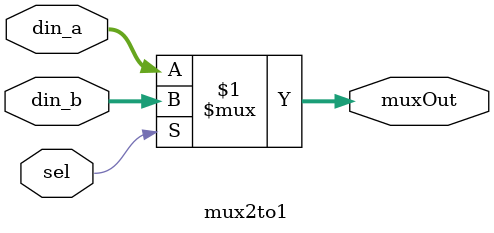
<source format=v>

module mux2to1 (
	input wire sel,
	input wire [7:0] din_a, din_b,
	output wire [7:0] muxOut
	);

assign muxOut = (sel) ? din_b:din_a;


endmodule
</source>
